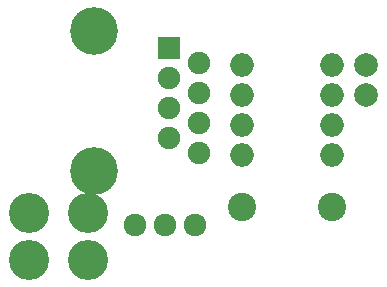
<source format=gbs>
G04 #@! TF.FileFunction,Soldermask,Bot*
%FSLAX46Y46*%
G04 Gerber Fmt 4.6, Leading zero omitted, Abs format (unit mm)*
G04 Created by KiCad (PCBNEW 4.0.6) date Wed Apr 19 22:24:01 2017*
%MOMM*%
%LPD*%
G01*
G04 APERTURE LIST*
%ADD10C,0.100000*%
%ADD11C,4.049980*%
%ADD12R,1.901140X1.901140*%
%ADD13C,1.901140*%
%ADD14O,2.000000X2.000000*%
%ADD15C,2.398980*%
%ADD16C,1.924000*%
%ADD17C,2.000000*%
%ADD18C,3.400000*%
G04 APERTURE END LIST*
D10*
D11*
X102000000Y-96938520D03*
X102000000Y-85069100D03*
D12*
X108350000Y-86555000D03*
D13*
X110890000Y-87825000D03*
X108350000Y-89095000D03*
X110890000Y-90365000D03*
X108350000Y-91635000D03*
X110890000Y-92905000D03*
X108350000Y-94175000D03*
X110890000Y-95445000D03*
D14*
X114500000Y-88000000D03*
X114500000Y-90540000D03*
X114500000Y-93080000D03*
X114500000Y-95620000D03*
X122120000Y-95620000D03*
X122120000Y-93080000D03*
X122120000Y-90540000D03*
X122120000Y-88000000D03*
D15*
X114500000Y-100000000D03*
X122120000Y-100000000D03*
D16*
X105460000Y-101500000D03*
X108000000Y-101500000D03*
X110540000Y-101500000D03*
D17*
X125000000Y-88000000D03*
X125000000Y-90500000D03*
D18*
X96500000Y-100500000D03*
X101500000Y-100500000D03*
X96500000Y-104500000D03*
X101500000Y-104500000D03*
M02*

</source>
